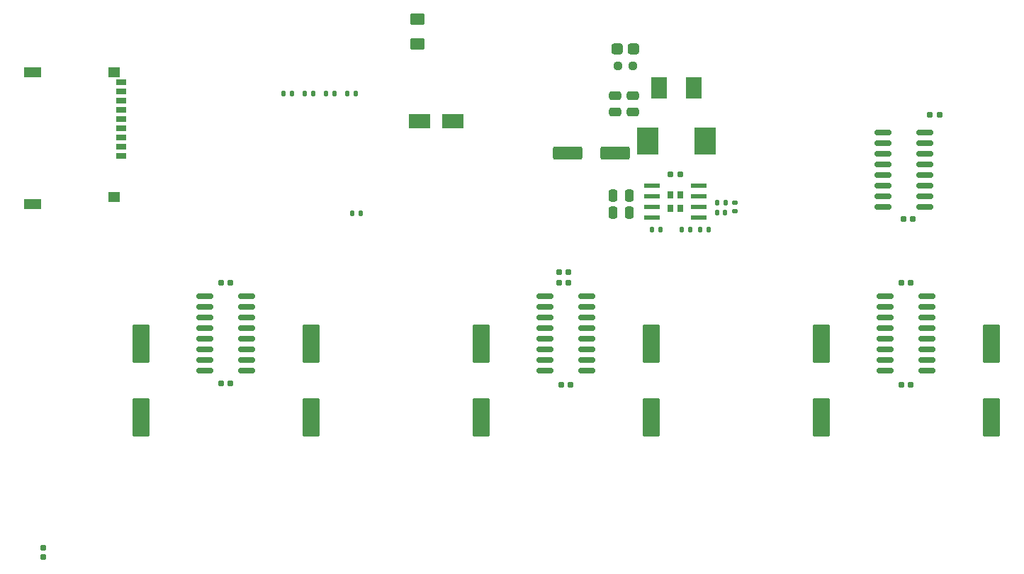
<source format=gbr>
%TF.GenerationSoftware,KiCad,Pcbnew,(5.99.0-13025-gf345eacf13)*%
%TF.CreationDate,2021-10-31T04:57:43-07:00*%
%TF.ProjectId,6_axis_I2S_v1p8s,365f6178-6973-45f4-9932-535f76317038,rev?*%
%TF.SameCoordinates,Original*%
%TF.FileFunction,Paste,Top*%
%TF.FilePolarity,Positive*%
%FSLAX46Y46*%
G04 Gerber Fmt 4.6, Leading zero omitted, Abs format (unit mm)*
G04 Created by KiCad (PCBNEW (5.99.0-13025-gf345eacf13)) date 2021-10-31 04:57:43*
%MOMM*%
%LPD*%
G01*
G04 APERTURE LIST*
G04 Aperture macros list*
%AMRoundRect*
0 Rectangle with rounded corners*
0 $1 Rounding radius*
0 $2 $3 $4 $5 $6 $7 $8 $9 X,Y pos of 4 corners*
0 Add a 4 corners polygon primitive as box body*
4,1,4,$2,$3,$4,$5,$6,$7,$8,$9,$2,$3,0*
0 Add four circle primitives for the rounded corners*
1,1,$1+$1,$2,$3*
1,1,$1+$1,$4,$5*
1,1,$1+$1,$6,$7*
1,1,$1+$1,$8,$9*
0 Add four rect primitives between the rounded corners*
20,1,$1+$1,$2,$3,$4,$5,0*
20,1,$1+$1,$4,$5,$6,$7,0*
20,1,$1+$1,$6,$7,$8,$9,0*
20,1,$1+$1,$8,$9,$2,$3,0*%
G04 Aperture macros list end*
%ADD10RoundRect,0.155000X-0.212500X-0.155000X0.212500X-0.155000X0.212500X0.155000X-0.212500X0.155000X0*%
%ADD11R,1.300000X0.685800*%
%ADD12R,2.000000X1.200000*%
%ADD13R,1.400000X1.200000*%
%ADD14R,1.400000X1.193800*%
%ADD15RoundRect,0.155000X0.212500X0.155000X-0.212500X0.155000X-0.212500X-0.155000X0.212500X-0.155000X0*%
%ADD16RoundRect,0.155000X-0.155000X0.212500X-0.155000X-0.212500X0.155000X-0.212500X0.155000X0.212500X0*%
%ADD17RoundRect,0.150000X-0.825000X-0.150000X0.825000X-0.150000X0.825000X0.150000X-0.825000X0.150000X0*%
%ADD18RoundRect,0.140000X0.140000X0.170000X-0.140000X0.170000X-0.140000X-0.170000X0.140000X-0.170000X0*%
%ADD19RoundRect,0.140000X0.170000X-0.140000X0.170000X0.140000X-0.170000X0.140000X-0.170000X-0.140000X0*%
%ADD20RoundRect,0.250001X0.799999X-2.049999X0.799999X2.049999X-0.799999X2.049999X-0.799999X-2.049999X0*%
%ADD21R,1.910000X0.610000*%
%ADD22R,0.723000X0.930000*%
%ADD23R,2.500000X1.800000*%
%ADD24RoundRect,0.237500X0.250000X0.237500X-0.250000X0.237500X-0.250000X-0.237500X0.250000X-0.237500X0*%
%ADD25R,2.500000X3.300000*%
%ADD26RoundRect,0.135000X0.135000X0.185000X-0.135000X0.185000X-0.135000X-0.185000X0.135000X-0.185000X0*%
%ADD27RoundRect,0.250000X-1.500000X-0.550000X1.500000X-0.550000X1.500000X0.550000X-1.500000X0.550000X0*%
%ADD28RoundRect,0.250000X-0.250000X-0.475000X0.250000X-0.475000X0.250000X0.475000X-0.250000X0.475000X0*%
%ADD29RoundRect,0.250001X-0.624999X0.462499X-0.624999X-0.462499X0.624999X-0.462499X0.624999X0.462499X0*%
%ADD30RoundRect,0.250000X0.475000X-0.250000X0.475000X0.250000X-0.475000X0.250000X-0.475000X-0.250000X0*%
%ADD31RoundRect,0.250000X0.412500X0.400000X-0.412500X0.400000X-0.412500X-0.400000X0.412500X-0.400000X0*%
%ADD32RoundRect,0.135000X-0.135000X-0.185000X0.135000X-0.185000X0.135000X0.185000X-0.135000X0.185000X0*%
%ADD33R,1.900000X2.500000*%
G04 APERTURE END LIST*
D10*
%TO.C,C15*%
X161865500Y-103378000D03*
X163000500Y-103378000D03*
%TD*%
D11*
%TO.C,SD1*%
X96204000Y-101227000D03*
X96204000Y-100127000D03*
X96204000Y-99027000D03*
X96204000Y-97927000D03*
X96204000Y-96827000D03*
X96204000Y-95727000D03*
X96204000Y-94627000D03*
X96204000Y-93527000D03*
X96204000Y-92427000D03*
D12*
X85654000Y-106947000D03*
D13*
X95354000Y-106107000D03*
D14*
X95354000Y-91217000D03*
D12*
X85654000Y-91217000D03*
%TD*%
D15*
%TO.C,C1*%
X109279500Y-116332000D03*
X108144500Y-116332000D03*
%TD*%
D16*
%TO.C,C5*%
X86868000Y-148022500D03*
X86868000Y-149157500D03*
%TD*%
D17*
%TO.C,U1*%
X106237000Y-117983000D03*
X106237000Y-119253000D03*
X106237000Y-120523000D03*
X106237000Y-121793000D03*
X106237000Y-123063000D03*
X106237000Y-124333000D03*
X106237000Y-125603000D03*
X106237000Y-126873000D03*
X111187000Y-126873000D03*
X111187000Y-125603000D03*
X111187000Y-124333000D03*
X111187000Y-123063000D03*
X111187000Y-121793000D03*
X111187000Y-120523000D03*
X111187000Y-119253000D03*
X111187000Y-117983000D03*
%TD*%
%TO.C,U3*%
X187517000Y-117983000D03*
X187517000Y-119253000D03*
X187517000Y-120523000D03*
X187517000Y-121793000D03*
X187517000Y-123063000D03*
X187517000Y-124333000D03*
X187517000Y-125603000D03*
X187517000Y-126873000D03*
X192467000Y-126873000D03*
X192467000Y-125603000D03*
X192467000Y-124333000D03*
X192467000Y-123063000D03*
X192467000Y-121793000D03*
X192467000Y-120523000D03*
X192467000Y-119253000D03*
X192467000Y-117983000D03*
%TD*%
D18*
%TO.C,C21*%
X168374000Y-107950000D03*
X167414000Y-107950000D03*
%TD*%
D19*
%TO.C,C23*%
X169545000Y-107795000D03*
X169545000Y-106835000D03*
%TD*%
D20*
%TO.C,C12*%
X118872000Y-132416000D03*
X118872000Y-123616000D03*
%TD*%
D21*
%TO.C,U5*%
X159653000Y-104775000D03*
X159653000Y-106045000D03*
X159653000Y-107315000D03*
X159653000Y-108585000D03*
X165213000Y-108585000D03*
X165213000Y-107315000D03*
X165213000Y-106045000D03*
X165213000Y-104775000D03*
D22*
X163035500Y-105905000D03*
X161830500Y-105905000D03*
X161830500Y-107455000D03*
X163035500Y-107455000D03*
%TD*%
D20*
%TO.C,C22*%
X159512000Y-132416000D03*
X159512000Y-123616000D03*
%TD*%
D23*
%TO.C,D1*%
X131858000Y-97028000D03*
X135858000Y-97028000D03*
%TD*%
D24*
%TO.C,R10*%
X157376500Y-90424000D03*
X155551500Y-90424000D03*
%TD*%
D25*
%TO.C,D2*%
X165960000Y-99441000D03*
X159160000Y-99441000D03*
%TD*%
D26*
%TO.C,R8*%
X121668000Y-93726000D03*
X120648000Y-93726000D03*
%TD*%
D27*
%TO.C,C20*%
X149600000Y-100838000D03*
X155200000Y-100838000D03*
%TD*%
D28*
%TO.C,C17*%
X155006000Y-107950000D03*
X156906000Y-107950000D03*
%TD*%
D29*
%TO.C,C8*%
X131606112Y-84872500D03*
X131606112Y-87847500D03*
%TD*%
D28*
%TO.C,C16*%
X155006000Y-105918000D03*
X156906000Y-105918000D03*
%TD*%
D26*
%TO.C,R3*%
X160657000Y-109982000D03*
X159637000Y-109982000D03*
%TD*%
D15*
%TO.C,C11*%
X190559500Y-116332000D03*
X189424500Y-116332000D03*
%TD*%
D26*
%TO.C,R2*%
X164213000Y-109982000D03*
X163193000Y-109982000D03*
%TD*%
%TO.C,R7*%
X119128000Y-93726000D03*
X118108000Y-93726000D03*
%TD*%
%TO.C,R9*%
X124208000Y-93726000D03*
X123188000Y-93726000D03*
%TD*%
D20*
%TO.C,C24*%
X179832000Y-132416000D03*
X179832000Y-123616000D03*
%TD*%
D10*
%TO.C,C2*%
X108144500Y-128397000D03*
X109279500Y-128397000D03*
%TD*%
D30*
%TO.C,C18*%
X155194000Y-95946000D03*
X155194000Y-94046000D03*
%TD*%
D17*
%TO.C,U2*%
X146877000Y-117983000D03*
X146877000Y-119253000D03*
X146877000Y-120523000D03*
X146877000Y-121793000D03*
X146877000Y-123063000D03*
X146877000Y-124333000D03*
X146877000Y-125603000D03*
X146877000Y-126873000D03*
X151827000Y-126873000D03*
X151827000Y-125603000D03*
X151827000Y-124333000D03*
X151827000Y-123063000D03*
X151827000Y-121793000D03*
X151827000Y-120523000D03*
X151827000Y-119253000D03*
X151827000Y-117983000D03*
%TD*%
D31*
%TO.C,LED1*%
X157426500Y-88392000D03*
X155501500Y-88392000D03*
%TD*%
D10*
%TO.C,C13*%
X192853500Y-96266000D03*
X193988500Y-96266000D03*
%TD*%
D20*
%TO.C,C25*%
X200152000Y-132416000D03*
X200152000Y-123616000D03*
%TD*%
D26*
%TO.C,R4*%
X168404000Y-106807000D03*
X167384000Y-106807000D03*
%TD*%
D10*
%TO.C,C6*%
X189424500Y-128524000D03*
X190559500Y-128524000D03*
%TD*%
D32*
%TO.C,R1*%
X123823000Y-108077000D03*
X124843000Y-108077000D03*
%TD*%
D26*
%TO.C,R6*%
X116588000Y-93726000D03*
X115568000Y-93726000D03*
%TD*%
D10*
%TO.C,C3*%
X189678500Y-108712000D03*
X190813500Y-108712000D03*
%TD*%
D30*
%TO.C,C19*%
X157353000Y-95946000D03*
X157353000Y-94046000D03*
%TD*%
D20*
%TO.C,C10*%
X98552000Y-132416000D03*
X98552000Y-123616000D03*
%TD*%
D17*
%TO.C,U4*%
X187263000Y-98425000D03*
X187263000Y-99695000D03*
X187263000Y-100965000D03*
X187263000Y-102235000D03*
X187263000Y-103505000D03*
X187263000Y-104775000D03*
X187263000Y-106045000D03*
X187263000Y-107315000D03*
X192213000Y-107315000D03*
X192213000Y-106045000D03*
X192213000Y-104775000D03*
X192213000Y-103505000D03*
X192213000Y-102235000D03*
X192213000Y-100965000D03*
X192213000Y-99695000D03*
X192213000Y-98425000D03*
%TD*%
D26*
%TO.C,R5*%
X166372000Y-109982000D03*
X165352000Y-109982000D03*
%TD*%
D20*
%TO.C,C14*%
X139192000Y-132416000D03*
X139192000Y-123616000D03*
%TD*%
D10*
%TO.C,C4*%
X148784500Y-128524000D03*
X149919500Y-128524000D03*
%TD*%
D33*
%TO.C,L1*%
X164610000Y-93091000D03*
X160510000Y-93091000D03*
%TD*%
D10*
%TO.C,C7*%
X149665500Y-115062000D03*
X148530500Y-115062000D03*
%TD*%
D15*
%TO.C,C9*%
X149665500Y-116332000D03*
X148530500Y-116332000D03*
%TD*%
M02*

</source>
